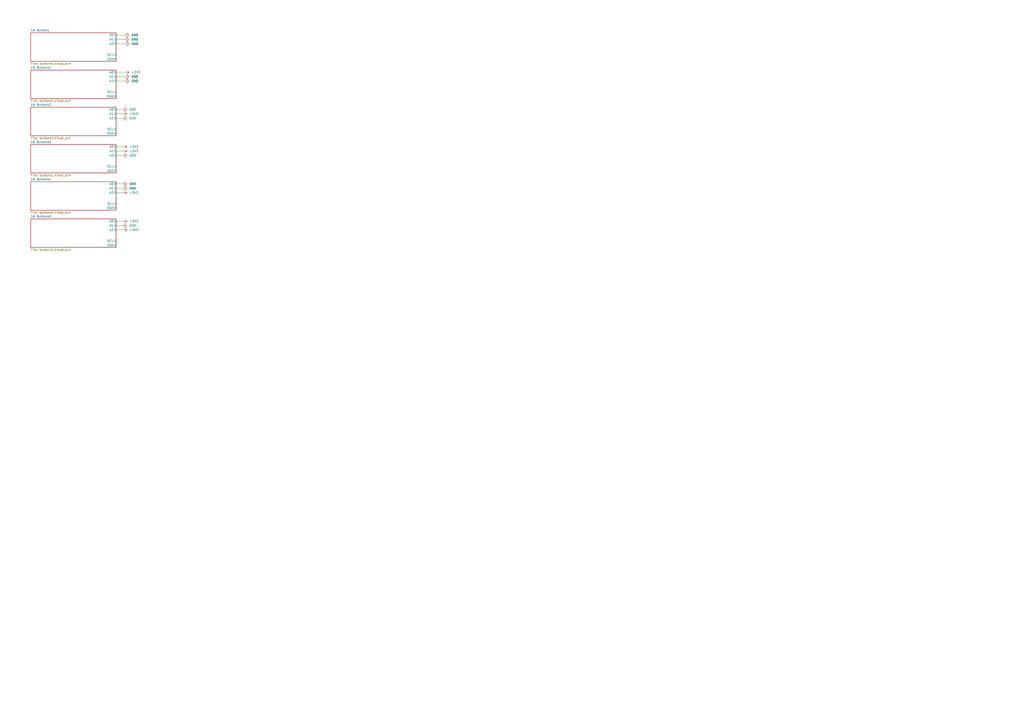
<source format=kicad_sch>
(kicad_sch (version 20250114) (generator "eeschema") (generator_version "9.0")
  (paper "A2")
  (lib_symbols
    (symbol "power:+3V3" (power) (pin_numbers (hide yes)) (pin_names (offset 0) (hide yes))
      (property "Value" "+3V3" (at 0 3.556 0))
      (symbol "+3V3_0_1"
        (polyline (pts (xy -0.762 1.27) (xy 0 2.54)))
        (polyline (pts (xy 0 2.54) (xy 0.762 1.27)))
        (polyline (pts (xy 0 0) (xy 0 2.54)))
      )
      (symbol "+3V3_1_1"
        (pin power_in line (at 0 0 90) (length 0) (name "~") (number "1"))
      )
    )
    (symbol "power:GND" (power) (pin_numbers (hide yes)) (pin_names (offset 0) (hide yes))
      (property "Value" "GND" (at 0 -3.81 0))
      (symbol "GND_0_1"
        (polyline (pts (xy 0 0) (xy 0 -1.27) (xy 1.27 -1.27) (xy 0 -2.54) (xy -1.27 -1.27) (xy 0 -1.27)))
      )
      (symbol "GND_1_1"
        (pin power_in line (at 0 0 270) (length 0) (name "~") (number "1"))
      )
    )
  )
  (wire (pts (xy 67.31 22.86) (xy 72.39 22.86)))
  (wire (pts (xy 67.31 20.32) (xy 72.39 20.32)))
  (wire (pts (xy 67.31 46.99) (xy 72.39 46.99)))
  (wire (pts (xy 67.31 41.91) (xy 72.39 41.91)))
  (wire (pts (xy 67.31 128.27) (xy 71.12 128.27)))
  (wire (pts (xy 67.31 44.45) (xy 72.39 44.45)))
  (wire (pts (xy 67.31 133.35) (xy 71.12 133.35)))
  (wire (pts (xy 67.31 85.09) (xy 71.12 85.09)))
  (wire (pts (xy 67.31 25.4) (xy 72.39 25.4)))
  (wire (pts (xy 67.31 109.22) (xy 71.12 109.22)))
  (wire (pts (xy 67.31 111.76) (xy 71.12 111.76)))
  (wire (pts (xy 67.31 87.63) (xy 71.12 87.63)))
  (wire (pts (xy 67.31 66.04) (xy 71.12 66.04)))
  (wire (pts (xy 67.31 90.17) (xy 71.12 90.17)))
  (wire (pts (xy 67.31 106.68) (xy 71.12 106.68)))
  (wire (pts (xy 67.31 68.58) (xy 71.12 68.58)))
  (wire (pts (xy 67.31 63.5) (xy 71.12 63.5)))
  (wire (pts (xy 67.31 130.81) (xy 71.12 130.81)))
  (symbol (lib_id "power:GND") (at 72.39 44.45 90) (unit 1)
    (property "Reference" "#PWR0121" (effects (hide yes)))
    (property "Value" "GND" (at 76.2 44.4499 90) (effects (justify right)))
    (property "Description" "Power symbol creates a global label with name \"GND\" , ground" (effects (hide yes)))
  )
  (symbol (lib_id "power:GND") (at 71.12 109.22 90) (unit 1)
    (property "Reference" "#PWR0120" (effects (hide yes)))
    (property "Value" "GND" (at 74.93 109.2199 90) (effects (justify right)))
    (property "Description" "Power symbol creates a global label with name \"GND\" , ground" (effects (hide yes)))
  )
  (symbol (lib_id "power:+3V3") (at 71.12 133.35 270) (unit 1)
    (property "Reference" "#PWR0132" (effects (hide yes)))
    (property "Value" "+3V3" (at 74.93 133.3499 90) (effects (justify left)))
    (property "Description" "Power symbol creates a global label with name \"+3V3\"" (effects (hide yes)))
  )
  (symbol (lib_id "power:+3V3") (at 71.12 66.04 270) (unit 1)
    (property "Reference" "#PWR0126" (effects (hide yes)))
    (property "Value" "+3V3" (at 74.93 66.0399 90) (effects (justify left)))
    (property "Description" "Power symbol creates a global label with name \"+3V3\"" (effects (hide yes)))
  )
  (symbol (lib_id "power:GND") (at 71.12 106.68 90) (unit 1)
    (property "Reference" "#PWR0130" (effects (hide yes)))
    (property "Value" "GND" (at 74.93 106.6799 90) (effects (justify right)))
    (property "Description" "Power symbol creates a global label with name \"GND\" , ground" (effects (hide yes)))
  )
  (symbol (lib_id "power:+3V3") (at 71.12 128.27 270) (unit 1)
    (property "Reference" "#PWR0124" (effects (hide yes)))
    (property "Value" "+3V3" (at 74.93 128.2699 90) (effects (justify left)))
    (property "Description" "Power symbol creates a global label with name \"+3V3\"" (effects (hide yes)))
  )
  (symbol (lib_id "power:GND") (at 71.12 90.17 90) (unit 1)
    (property "Reference" "#PWR0129" (effects (hide yes)))
    (property "Value" "GND" (at 74.93 90.1699 90) (effects (justify right)))
    (property "Description" "Power symbol creates a global label with name \"GND\" , ground" (effects (hide yes)))
  )
  (symbol (lib_id "power:GND") (at 72.39 46.99 90) (unit 1)
    (property "Reference" "#PWR0122" (effects (hide yes)))
    (property "Value" "GND" (at 76.2 46.9899 90) (effects (justify right)))
    (property "Description" "Power symbol creates a global label with name \"GND\" , ground" (effects (hide yes)))
  )
  (symbol (lib_id "power:GND") (at 72.39 20.32 90) (unit 1)
    (property "Reference" "#PWR0115" (effects (hide yes)))
    (property "Value" "GND" (at 76.2 20.3199 90) (effects (justify right)))
    (property "Description" "Power symbol creates a global label with name \"GND\" , ground" (effects (hide yes)))
  )
  (symbol (lib_id "power:GND") (at 72.39 22.86 90) (unit 1)
    (property "Reference" "#PWR0116" (effects (hide yes)))
    (property "Value" "GND" (at 76.2 22.8599 90) (effects (justify right)))
    (property "Description" "Power symbol creates a global label with name \"GND\" , ground" (effects (hide yes)))
  )
  (symbol (lib_id "power:+3V3") (at 72.39 41.91 270) (unit 1)
    (property "Reference" "#PWR0119" (effects (hide yes)))
    (property "Value" "+3V3" (at 76.2 41.9099 90) (effects (justify left)))
    (property "Description" "Power symbol creates a global label with name \"+3V3\"" (effects (hide yes)))
  )
  (symbol (lib_id "power:GND") (at 72.39 25.4 90) (unit 1)
    (property "Reference" "#PWR0118" (effects (hide yes)))
    (property "Value" "GND" (at 76.2 25.3999 90) (effects (justify right)))
    (property "Description" "Power symbol creates a global label with name \"GND\" , ground" (effects (hide yes)))
  )
  (symbol (lib_id "power:GND") (at 71.12 68.58 90) (unit 1)
    (property "Reference" "#PWR0125" (effects (hide yes)))
    (property "Value" "GND" (at 74.93 68.5799 90) (effects (justify right)))
    (property "Description" "Power symbol creates a global label with name \"GND\" , ground" (effects (hide yes)))
  )
  (symbol (lib_id "power:GND") (at 71.12 63.5 90) (unit 1)
    (property "Reference" "#PWR0123" (effects (hide yes)))
    (property "Value" "GND" (at 74.93 63.4999 90) (effects (justify right)))
    (property "Description" "Power symbol creates a global label with name \"GND\" , ground" (effects (hide yes)))
  )
  (symbol (lib_id "power:+3V3") (at 71.12 87.63 270) (unit 1)
    (property "Reference" "#PWR0128" (effects (hide yes)))
    (property "Value" "+3V3" (at 74.93 87.6299 90) (effects (justify left)))
    (property "Description" "Power symbol creates a global label with name \"+3V3\"" (effects (hide yes)))
  )
  (symbol (lib_id "power:GND") (at 71.12 130.81 90) (unit 1)
    (property "Reference" "#PWR0131" (effects (hide yes)))
    (property "Value" "GND" (at 74.93 130.8099 90) (effects (justify right)))
    (property "Description" "Power symbol creates a global label with name \"GND\" , ground" (effects (hide yes)))
  )
  (symbol (lib_id "power:+3V3") (at 71.12 85.09 270) (unit 1)
    (property "Reference" "#PWR0127" (effects (hide yes)))
    (property "Value" "+3V3" (at 74.93 85.0899 90) (effects (justify left)))
    (property "Description" "Power symbol creates a global label with name \"+3V3\"" (effects (hide yes)))
  )
  (symbol (lib_id "power:+3V3") (at 71.12 111.76 270) (unit 1)
    (property "Reference" "#PWR0117" (effects (hide yes)))
    (property "Value" "+3V3" (at 74.93 111.7599 90) (effects (justify left)))
    (property "Description" "Power symbol creates a global label with name \"+3V3\"" (effects (hide yes)))
  )
  (sheet (at 17.78 127) (size 49.53 16.51) (stroke (width 0.1524))
    (property "Sheetname" "16 Buttons5" (at 17.78 126.2884 0) (effects (justify left bottom)))
    (property "Sheetfile" "buttons1.kicad_sch" (at 17.78 144.0946 0) (effects (justify left top)))
    (pin "A0" input (at 67.31 128.27 0))
    (pin "A1" input (at 67.31 130.81 0))
    (pin "A2" input (at 67.31 133.35 0))
    (pin "SCL" input (at 67.31 139.7 0))
    (pin "SDA" bidirectional (at 67.31 142.24 0))
  )
  (sheet (at 17.78 19.05) (size 49.53 16.51) (stroke (width 0.1524))
    (property "Sheetname" "16 Buttons" (at 17.78 18.3384 0) (effects (justify left bottom)))
    (property "Sheetfile" "buttons1.kicad_sch" (at 17.78 36.1446 0) (effects (justify left top)))
    (pin "A0" input (at 67.31 20.32 0))
    (pin "A1" input (at 67.31 22.86 0))
    (pin "A2" input (at 67.31 25.4 0))
    (pin "SCL" input (at 67.31 31.75 0))
    (pin "SDA" bidirectional (at 67.31 34.29 0))
  )
  (sheet (at 17.78 105.41) (size 49.53 16.51) (stroke (width 0.1524))
    (property "Sheetname" "16 Buttons4" (at 17.78 104.6984 0) (effects (justify left bottom)))
    (property "Sheetfile" "buttons1.kicad_sch" (at 17.78 122.5046 0) (effects (justify left top)))
    (pin "A0" input (at 67.31 106.68 0))
    (pin "A1" input (at 67.31 109.22 0))
    (pin "A2" input (at 67.31 111.76 0))
    (pin "SCL" input (at 67.31 118.11 0))
    (pin "SDA" bidirectional (at 67.31 120.65 0))
  )
  (sheet (at 17.78 40.64) (size 49.53 16.51) (stroke (width 0.1524))
    (property "Sheetname" "16 Buttons1" (at 17.78 39.9284 0) (effects (justify left bottom)))
    (property "Sheetfile" "buttons1.kicad_sch" (at 17.78 57.7346 0) (effects (justify left top)))
    (pin "A0" input (at 67.31 41.91 0))
    (pin "A1" input (at 67.31 44.45 0))
    (pin "A2" input (at 67.31 46.99 0))
    (pin "SCL" input (at 67.31 53.34 0))
    (pin "SDA" bidirectional (at 67.31 55.88 0))
  )
  (sheet (at 17.78 62.23) (size 49.53 16.51) (stroke (width 0.1524))
    (property "Sheetname" "16 Buttons2" (at 17.78 61.5184 0) (effects (justify left bottom)))
    (property "Sheetfile" "buttons1.kicad_sch" (at 17.78 79.3246 0) (effects (justify left top)))
    (pin "A0" input (at 67.31 63.5 0))
    (pin "A1" input (at 67.31 66.04 0))
    (pin "A2" input (at 67.31 68.58 0))
    (pin "SCL" input (at 67.31 74.93 0))
    (pin "SDA" bidirectional (at 67.31 77.47 0))
  )
  (sheet (at 17.78 83.82) (size 49.53 16.51) (stroke (width 0.1524))
    (property "Sheetname" "16 Buttons3" (at 17.78 83.1084 0) (effects (justify left bottom)))
    (property "Sheetfile" "buttons1.kicad_sch" (at 17.78 100.9146 0) (effects (justify left top)))
    (pin "A0" input (at 67.31 85.09 0))
    (pin "A1" input (at 67.31 87.63 0))
    (pin "A2" input (at 67.31 90.17 0))
    (pin "SCL" input (at 67.31 96.52 0))
    (pin "SDA" bidirectional (at 67.31 99.06 0))
  )
)
</source>
